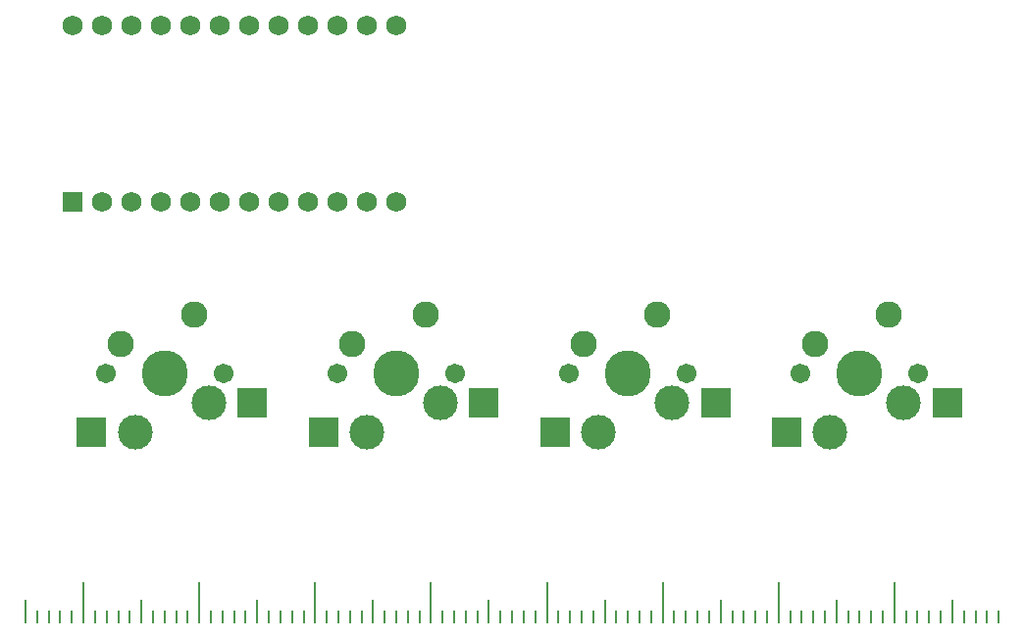
<source format=gbr>
%TF.GenerationSoftware,KiCad,Pcbnew,7.0.6*%
%TF.CreationDate,2023-08-10T21:51:54+02:00*%
%TF.ProjectId,pcb,7063622e-6b69-4636-9164-5f7063625858,rev?*%
%TF.SameCoordinates,Original*%
%TF.FileFunction,Soldermask,Bot*%
%TF.FilePolarity,Negative*%
%FSLAX46Y46*%
G04 Gerber Fmt 4.6, Leading zero omitted, Abs format (unit mm)*
G04 Created by KiCad (PCBNEW 7.0.6) date 2023-08-10 21:51:54*
%MOMM*%
%LPD*%
G01*
G04 APERTURE LIST*
%ADD10C,0.200000*%
%ADD11R,1.752600X1.752600*%
%ADD12C,1.752600*%
%ADD13C,1.701800*%
%ADD14C,3.000000*%
%ADD15C,3.987800*%
%ADD16R,2.550000X2.500000*%
%ADD17C,2.286000*%
G04 APERTURE END LIST*
D10*
X94000000Y-74000000D02*
X94000000Y-73000000D01*
X103000000Y-74000000D02*
X103000000Y-73000000D01*
X95000000Y-74000000D02*
X95000000Y-73000000D01*
X25000000Y-74000000D02*
X25000000Y-73000000D01*
X32000000Y-74000000D02*
X32000000Y-73000000D01*
X91000000Y-74000000D02*
X91000000Y-72000000D01*
X45000000Y-74000000D02*
X45000000Y-73000000D01*
X90000000Y-74000000D02*
X90000000Y-73000000D01*
X88000000Y-74000000D02*
X88000000Y-73000000D01*
X40000000Y-74000000D02*
X40000000Y-73000000D01*
X39000000Y-74000000D02*
X39000000Y-73000000D01*
X29000000Y-74000000D02*
X29000000Y-73000000D01*
X51000000Y-74000000D02*
X51000000Y-72000000D01*
X59000000Y-74000000D02*
X59000000Y-73000000D01*
X99000000Y-74000000D02*
X99000000Y-73000000D01*
X65000000Y-74000000D02*
X65000000Y-73000000D01*
X84000000Y-74000000D02*
X84000000Y-73000000D01*
X49000000Y-74000000D02*
X49000000Y-73000000D01*
X30000000Y-74000000D02*
X30000000Y-73000000D01*
X79000000Y-74000000D02*
X79000000Y-73000000D01*
X24000000Y-74000000D02*
X24000000Y-73000000D01*
X82000000Y-74000000D02*
X82000000Y-73000000D01*
X102000000Y-74000000D02*
X102000000Y-73000000D01*
X23000000Y-74000000D02*
X23000000Y-73000000D01*
X104000000Y-74000000D02*
X104000000Y-73000000D01*
X38000000Y-74000000D02*
X38000000Y-73000000D01*
X58000000Y-74000000D02*
X58000000Y-73000000D01*
X101000000Y-74000000D02*
X101000000Y-72000000D01*
X50000000Y-74000000D02*
X50000000Y-73000000D01*
X70000000Y-74000000D02*
X70000000Y-73000000D01*
X76000000Y-74000000D02*
X76000000Y-70500000D01*
X26000000Y-74000000D02*
X26000000Y-70500000D01*
X96000000Y-74000000D02*
X96000000Y-70500000D01*
X61000000Y-74000000D02*
X61000000Y-72000000D01*
X53000000Y-74000000D02*
X53000000Y-73000000D01*
X55000000Y-74000000D02*
X55000000Y-73000000D01*
X105000000Y-74000000D02*
X105000000Y-73000000D01*
X56000000Y-74000000D02*
X56000000Y-70500000D01*
X33000000Y-74000000D02*
X33000000Y-73000000D01*
X27000000Y-74000000D02*
X27000000Y-73000000D01*
X97000000Y-74000000D02*
X97000000Y-73000000D01*
X72000000Y-74000000D02*
X72000000Y-73000000D01*
X37000000Y-74000000D02*
X37000000Y-73000000D01*
X92000000Y-74000000D02*
X92000000Y-73000000D01*
X22000000Y-74000000D02*
X22000000Y-73000000D01*
X89000000Y-74000000D02*
X89000000Y-73000000D01*
X35000000Y-74000000D02*
X35000000Y-73000000D01*
X98000000Y-74000000D02*
X98000000Y-73000000D01*
X46000000Y-74000000D02*
X46000000Y-70500000D01*
X100000000Y-74000000D02*
X100000000Y-73000000D01*
X87000000Y-74000000D02*
X87000000Y-73000000D01*
X43000000Y-74000000D02*
X43000000Y-73000000D01*
X68000000Y-74000000D02*
X68000000Y-73000000D01*
X81000000Y-74000000D02*
X81000000Y-72000000D01*
X60000000Y-74000000D02*
X60000000Y-73000000D01*
X74000000Y-74000000D02*
X74000000Y-73000000D01*
X71000000Y-74000000D02*
X71000000Y-72000000D01*
X43000000Y-74000000D02*
X43000000Y-73000000D01*
X66000000Y-74000000D02*
X66000000Y-70500000D01*
X80000000Y-74000000D02*
X80000000Y-73000000D01*
X63000000Y-74000000D02*
X63000000Y-73000000D01*
X78000000Y-74000000D02*
X78000000Y-73000000D01*
X64000000Y-74000000D02*
X64000000Y-73000000D01*
X48000000Y-74000000D02*
X48000000Y-73000000D01*
X44000000Y-74000000D02*
X44000000Y-73000000D01*
X86000000Y-74000000D02*
X86000000Y-70500000D01*
X34000000Y-74000000D02*
X34000000Y-73000000D01*
X69000000Y-74000000D02*
X69000000Y-73000000D01*
X45000000Y-74000000D02*
X45000000Y-73000000D01*
X41000000Y-74000000D02*
X41000000Y-72000000D01*
X75000000Y-74000000D02*
X75000000Y-73000000D01*
X31000000Y-74000000D02*
X31000000Y-72000000D01*
X85000000Y-74000000D02*
X85000000Y-73000000D01*
X21000000Y-74000000D02*
X21000000Y-72000000D01*
X93000000Y-74000000D02*
X93000000Y-73000000D01*
X73000000Y-74000000D02*
X73000000Y-73000000D01*
X57000000Y-74000000D02*
X57000000Y-73000000D01*
X67000000Y-74000000D02*
X67000000Y-73000000D01*
X47000000Y-74000000D02*
X47000000Y-73000000D01*
X54000000Y-74000000D02*
X54000000Y-73000000D01*
X28000000Y-74000000D02*
X28000000Y-73000000D01*
X52000000Y-74000000D02*
X52000000Y-73000000D01*
X36000000Y-74000000D02*
X36000000Y-70500000D01*
X42000000Y-74000000D02*
X42000000Y-73000000D01*
X83000000Y-74000000D02*
X83000000Y-73000000D01*
X62000000Y-74000000D02*
X62000000Y-73000000D01*
X44000000Y-74000000D02*
X44000000Y-73000000D01*
X77000000Y-74000000D02*
X77000000Y-73000000D01*
D11*
%TO.C,J1*%
X25030000Y-37620000D03*
D12*
X27570000Y-37620000D03*
X30110000Y-37620000D03*
X32650000Y-37620000D03*
X35190000Y-37620000D03*
X37730000Y-37620000D03*
X40270000Y-37620000D03*
X42810000Y-37620000D03*
X45350000Y-37620000D03*
X47890000Y-37620000D03*
X50430000Y-37620000D03*
X52970000Y-37620000D03*
X52970000Y-22380000D03*
X50430000Y-22380000D03*
X47890000Y-22380000D03*
X45350000Y-22380000D03*
X42810000Y-22380000D03*
X40270000Y-22380000D03*
X37730000Y-22380000D03*
X35190000Y-22380000D03*
X32650000Y-22380000D03*
X30110000Y-22380000D03*
X27570000Y-22380000D03*
X25030000Y-22380000D03*
%TD*%
D13*
%TO.C,MX2*%
X67920000Y-52500000D03*
D14*
X70460000Y-57580000D03*
D15*
X73000000Y-52500000D03*
D14*
X76810000Y-55040000D03*
D13*
X78080000Y-52500000D03*
D16*
X66710000Y-57580000D03*
D17*
X75540000Y-47420000D03*
X69190000Y-49960000D03*
D16*
X80560000Y-55040000D03*
%TD*%
D13*
%TO.C,MX3*%
X47920000Y-52500000D03*
D14*
X50460000Y-57580000D03*
D15*
X53000000Y-52500000D03*
D14*
X56810000Y-55040000D03*
D13*
X58080000Y-52500000D03*
D16*
X46710000Y-57580000D03*
D17*
X55540000Y-47420000D03*
X49190000Y-49960000D03*
D16*
X60560000Y-55040000D03*
%TD*%
D13*
%TO.C,MX1*%
X87920000Y-52500000D03*
D14*
X90460000Y-57580000D03*
D15*
X93000000Y-52500000D03*
D14*
X96810000Y-55040000D03*
D13*
X98080000Y-52500000D03*
D16*
X86710000Y-57580000D03*
D17*
X95540000Y-47420000D03*
X89190000Y-49960000D03*
D16*
X100560000Y-55040000D03*
%TD*%
D13*
%TO.C,MX4*%
X27920000Y-52500000D03*
D14*
X30460000Y-57580000D03*
D15*
X33000000Y-52500000D03*
D14*
X36810000Y-55040000D03*
D13*
X38080000Y-52500000D03*
D16*
X26710000Y-57580000D03*
D17*
X35540000Y-47420000D03*
X29190000Y-49960000D03*
D16*
X40560000Y-55040000D03*
%TD*%
M02*

</source>
